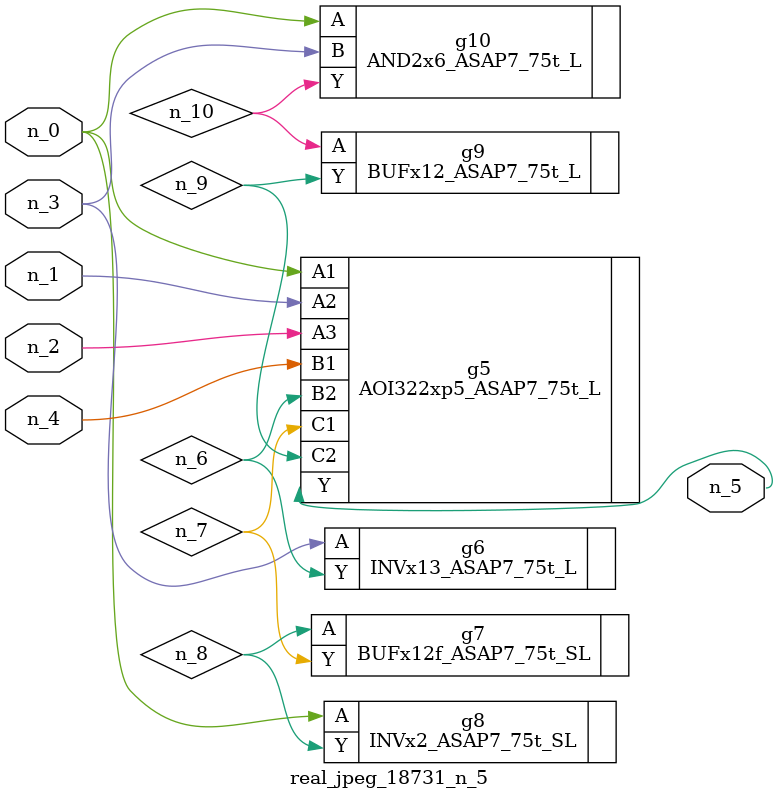
<source format=v>
module real_jpeg_18731_n_5 (n_4, n_0, n_1, n_2, n_3, n_5);

input n_4;
input n_0;
input n_1;
input n_2;
input n_3;

output n_5;

wire n_8;
wire n_6;
wire n_7;
wire n_10;
wire n_9;

AOI322xp5_ASAP7_75t_L g5 ( 
.A1(n_0),
.A2(n_1),
.A3(n_2),
.B1(n_4),
.B2(n_6),
.C1(n_7),
.C2(n_9),
.Y(n_5)
);

INVx2_ASAP7_75t_SL g8 ( 
.A(n_0),
.Y(n_8)
);

AND2x6_ASAP7_75t_L g10 ( 
.A(n_0),
.B(n_3),
.Y(n_10)
);

INVx13_ASAP7_75t_L g6 ( 
.A(n_3),
.Y(n_6)
);

BUFx12f_ASAP7_75t_SL g7 ( 
.A(n_8),
.Y(n_7)
);

BUFx12_ASAP7_75t_L g9 ( 
.A(n_10),
.Y(n_9)
);


endmodule
</source>
